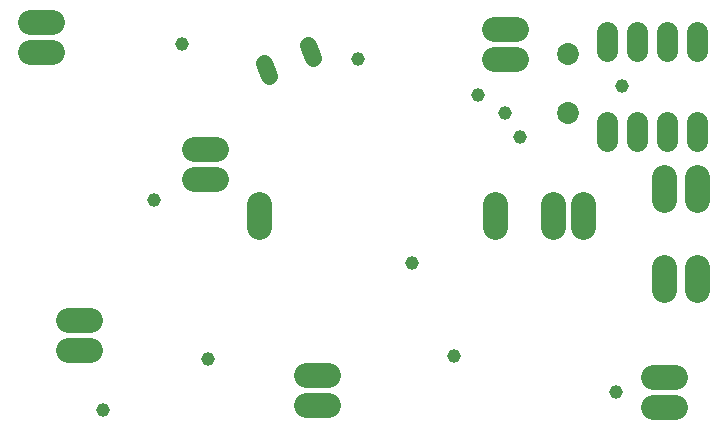
<source format=gts>
G75*
G70*
%OFA0B0*%
%FSLAX24Y24*%
%IPPOS*%
%LPD*%
%AMOC8*
5,1,8,0,0,1.08239X$1,22.5*
%
%ADD10C,0.0710*%
%ADD11C,0.0820*%
%ADD12C,0.0552*%
%ADD13C,0.0730*%
%ADD14C,0.0845*%
%ADD15C,0.0460*%
D10*
X021062Y010247D02*
X021062Y010877D01*
X022062Y010877D02*
X022062Y010247D01*
X023062Y010247D02*
X023062Y010877D01*
X024062Y010877D02*
X024062Y010247D01*
X024062Y013247D02*
X024062Y013877D01*
X023062Y013877D02*
X023062Y013247D01*
X022062Y013247D02*
X022062Y013877D01*
X021062Y013877D02*
X021062Y013247D01*
D11*
X018032Y012962D02*
X017292Y012962D01*
X017292Y013962D02*
X018032Y013962D01*
X022962Y009032D02*
X022962Y008292D01*
X024062Y008292D02*
X024062Y009032D01*
X020262Y008132D02*
X020262Y007392D01*
X019262Y007392D02*
X019262Y008132D01*
X022962Y006032D02*
X022962Y005292D01*
X024062Y005292D02*
X024062Y006032D01*
X023332Y002362D02*
X022592Y002362D01*
X022592Y001362D02*
X023332Y001362D01*
X011752Y001442D02*
X011012Y001442D01*
X011012Y002442D02*
X011752Y002442D01*
X003832Y003262D02*
X003092Y003262D01*
X003092Y004262D02*
X003832Y004262D01*
X007292Y008962D02*
X008032Y008962D01*
X008032Y009962D02*
X007292Y009962D01*
X002552Y013202D02*
X001812Y013202D01*
X001812Y014202D02*
X002552Y014202D01*
D12*
X009624Y012846D02*
X009800Y012408D01*
X011261Y012998D02*
X011084Y013436D01*
D13*
X019762Y013146D03*
X019762Y011178D03*
D14*
X017336Y008145D02*
X017336Y007380D01*
X009462Y007380D02*
X009462Y008145D01*
D15*
X004242Y001262D03*
X007762Y002962D03*
X014562Y006162D03*
X015962Y003062D03*
X021362Y001862D03*
X018162Y010362D03*
X017662Y011162D03*
X016762Y011762D03*
X012762Y012962D03*
X006882Y013482D03*
X005962Y008282D03*
X021562Y012062D03*
M02*

</source>
